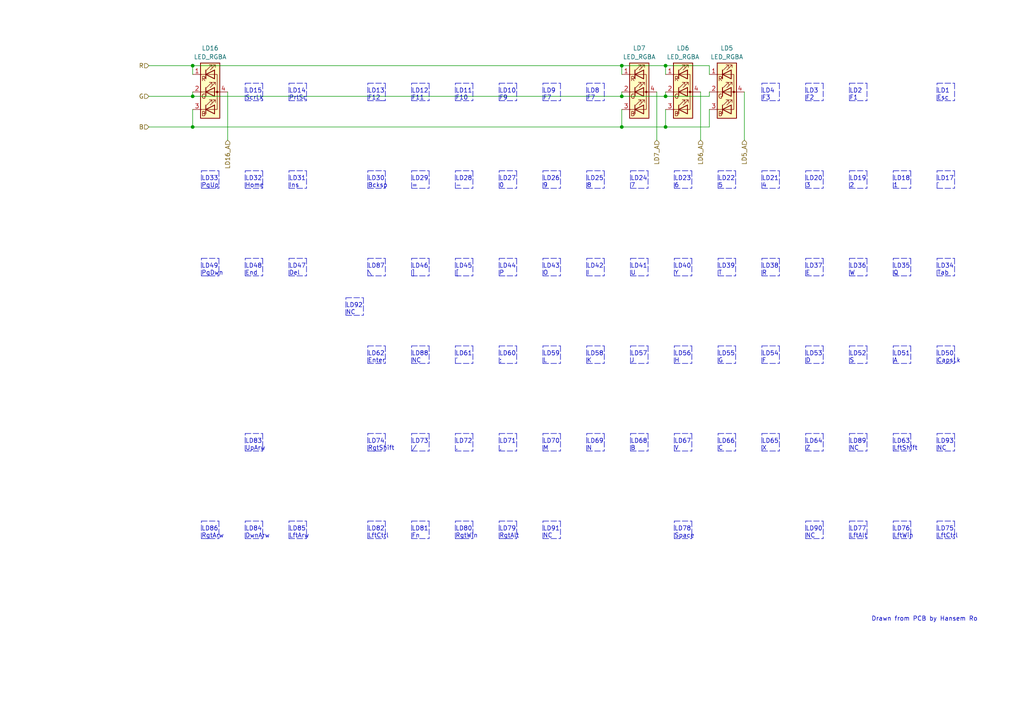
<source format=kicad_sch>
(kicad_sch (version 20211123) (generator eeschema)
  (paper "A4")
  (lib_symbols
    (symbol "Device:LED_RGBA" (pin_names (offset 0) hide)
      (property "Reference" "D" (at 0 9.398 0))
      (property "Value" "LED_RGBA" (at 0 -8.89 0))
      (symbol "LED_RGBA_0_0"
        (text "B" (at -1.905 -6.35 0) (effects (font (size 1.27 1.27))))
        (text "G" (at -1.905 -1.27 0) (effects (font (size 1.27 1.27))))
        (text "R" (at -1.905 3.81 0) (effects (font (size 1.27 1.27))))
      )
      (symbol "LED_RGBA_0_1"
        (polyline (pts (xy -1.27 -5.08) (xy -2.54 -5.08)))
        (polyline (pts (xy -1.27 -5.08) (xy 1.27 -5.08)))
        (polyline (pts (xy -1.27 -3.81) (xy -1.27 -6.35)) (stroke (width 0.254)))
        (polyline (pts (xy -1.27 0) (xy -2.54 0)))
        (polyline (pts (xy -1.27 1.27) (xy -1.27 -1.27)) (stroke (width 0.254)))
        (polyline (pts (xy -1.27 5.08) (xy -2.54 5.08)))
        (polyline (pts (xy -1.27 5.08) (xy 1.27 5.08)))
        (polyline (pts (xy -1.27 6.35) (xy -1.27 3.81)) (stroke (width 0.254)))
        (polyline (pts (xy 1.27 0) (xy -1.27 0)))
        (polyline (pts (xy 1.27 0) (xy 2.54 0)))
        (polyline (pts (xy -1.27 1.27) (xy -1.27 -1.27) (xy -1.27 -1.27)))
        (polyline (pts (xy -1.27 6.35) (xy -1.27 3.81) (xy -1.27 3.81)))
        (polyline (pts (xy 1.27 -5.08) (xy 2.032 -5.08) (xy 2.032 5.08) (xy 1.27 5.08)))
        (polyline (pts (xy 1.27 -3.81) (xy 1.27 -6.35) (xy -1.27 -5.08) (xy 1.27 -3.81)) (stroke (width 0.254)))
        (polyline (pts (xy 1.27 1.27) (xy 1.27 -1.27) (xy -1.27 0) (xy 1.27 1.27)) (stroke (width 0.254)))
        (polyline (pts (xy 1.27 6.35) (xy 1.27 3.81) (xy -1.27 5.08) (xy 1.27 6.35)) (stroke (width 0.254)))
        (polyline (pts (xy -1.016 -3.81) (xy 0.508 -2.286) (xy -0.254 -2.286) (xy 0.508 -2.286) (xy 0.508 -3.048)))
        (polyline (pts (xy -1.016 1.27) (xy 0.508 2.794) (xy -0.254 2.794) (xy 0.508 2.794) (xy 0.508 2.032)))
        (polyline (pts (xy -1.016 6.35) (xy 0.508 7.874) (xy -0.254 7.874) (xy 0.508 7.874) (xy 0.508 7.112)))
        (polyline (pts (xy 0 -3.81) (xy 1.524 -2.286) (xy 0.762 -2.286) (xy 1.524 -2.286) (xy 1.524 -3.048)))
        (polyline (pts (xy 0 1.27) (xy 1.524 2.794) (xy 0.762 2.794) (xy 1.524 2.794) (xy 1.524 2.032)))
        (polyline (pts (xy 0 6.35) (xy 1.524 7.874) (xy 0.762 7.874) (xy 1.524 7.874) (xy 1.524 7.112)))
        (rectangle (start 1.27 -1.27) (end 1.27 1.27))
        (rectangle (start 1.27 1.27) (end 1.27 1.27))
        (rectangle (start 1.27 3.81) (end 1.27 6.35))
        (rectangle (start 1.27 6.35) (end 1.27 6.35))
        (circle (center 2.032 0) (radius 0.254) (fill (type outline)))
        (rectangle (start 2.794 8.382) (end -2.794 -7.62) (stroke (width 0.254)) (fill (type background)))
      )
      (symbol "LED_RGBA_1_1"
        (pin passive line (at -5.08 5.08 0) (length 2.54) (name "RK") (number "1"))
        (pin passive line (at -5.08 0 0) (length 2.54) (name "GK") (number "2"))
        (pin passive line (at -5.08 -5.08 0) (length 2.54) (name "BK") (number "3"))
        (pin passive line (at 5.08 0 180) (length 2.54) (name "A") (number "4"))
      )
    )
  )
  (junction (at 180.34 36.83))
  (junction (at 55.88 19.05))
  (junction (at 55.88 36.83))
  (junction (at 180.34 27.94))
  (junction (at 55.88 27.94))
  (junction (at 193.04 27.94))
  (junction (at 193.04 36.83))
  (junction (at 193.04 19.05))
  (junction (at 180.34 19.05))
  (wire (pts (xy 180.34 21.59) (xy 180.34 19.05)))
  (polyline (pts (xy 119.38 105.41) (xy 119.38 100.33)))
  (polyline (pts (xy 58.42 54.61) (xy 63.5 54.61)))
  (polyline (pts (xy 149.86 24.13) (xy 149.86 29.21)))
  (wire (pts (xy 180.34 27.94) (xy 180.34 26.67)))
  (polyline (pts (xy 132.08 105.41) (xy 132.08 100.33)))
  (polyline (pts (xy 264.16 125.73) (xy 264.16 130.81)))
  (polyline (pts (xy 259.08 105.41) (xy 264.16 105.41)))
  (polyline (pts (xy 144.78 80.01) (xy 149.86 80.01)))
  (wire (pts (xy 190.5 26.67) (xy 190.5 40.64)))
  (polyline (pts (xy 226.06 24.13) (xy 226.06 29.21)))
  (polyline (pts (xy 170.18 74.93) (xy 175.26 74.93)))
  (polyline (pts (xy 195.58 156.21) (xy 200.66 156.21)))
  (polyline (pts (xy 157.48 29.21) (xy 162.56 29.21)))
  (polyline (pts (xy 111.76 74.93) (xy 111.76 80.01)))
  (polyline (pts (xy 71.12 29.21) (xy 76.2 29.21)))
  (polyline (pts (xy 111.76 125.73) (xy 111.76 130.81)))
  (polyline (pts (xy 220.98 125.73) (xy 226.06 125.73)))
  (polyline (pts (xy 195.58 54.61) (xy 195.58 49.53)))
  (polyline (pts (xy 233.68 49.53) (xy 238.76 49.53)))
  (wire (pts (xy 55.88 36.83) (xy 180.34 36.83)))
  (polyline (pts (xy 119.38 130.81) (xy 124.46 130.81)))
  (polyline (pts (xy 246.38 24.13) (xy 251.46 24.13)))
  (polyline (pts (xy 162.56 151.13) (xy 162.56 156.21)))
  (polyline (pts (xy 226.06 74.93) (xy 226.06 80.01)))
  (polyline (pts (xy 149.86 74.93) (xy 149.86 80.01)))
  (wire (pts (xy 43.18 19.05) (xy 55.88 19.05)))
  (polyline (pts (xy 76.2 49.53) (xy 76.2 54.61)))
  (polyline (pts (xy 259.08 105.41) (xy 259.08 100.33)))
  (polyline (pts (xy 170.18 29.21) (xy 175.26 29.21)))
  (polyline (pts (xy 157.48 156.21) (xy 157.48 151.13)))
  (polyline (pts (xy 226.06 100.33) (xy 226.06 105.41)))
  (polyline (pts (xy 170.18 80.01) (xy 170.18 74.93)))
  (polyline (pts (xy 200.66 125.73) (xy 200.66 130.81)))
  (polyline (pts (xy 83.82 151.13) (xy 88.9 151.13)))
  (polyline (pts (xy 157.48 130.81) (xy 162.56 130.81)))
  (polyline (pts (xy 83.82 74.93) (xy 88.9 74.93)))
  (polyline (pts (xy 144.78 49.53) (xy 149.86 49.53)))
  (polyline (pts (xy 220.98 80.01) (xy 220.98 74.93)))
  (polyline (pts (xy 170.18 100.33) (xy 175.26 100.33)))
  (polyline (pts (xy 233.68 156.21) (xy 233.68 151.13)))
  (polyline (pts (xy 157.48 100.33) (xy 162.56 100.33)))
  (polyline (pts (xy 238.76 100.33) (xy 238.76 105.41)))
  (polyline (pts (xy 208.28 130.81) (xy 213.36 130.81)))
  (polyline (pts (xy 88.9 49.53) (xy 88.9 54.61)))
  (polyline (pts (xy 238.76 74.93) (xy 238.76 80.01)))
  (polyline (pts (xy 195.58 49.53) (xy 200.66 49.53)))
  (polyline (pts (xy 119.38 54.61) (xy 124.46 54.61)))
  (polyline (pts (xy 157.48 151.13) (xy 162.56 151.13)))
  (polyline (pts (xy 157.48 74.93) (xy 162.56 74.93)))
  (polyline (pts (xy 144.78 130.81) (xy 144.78 125.73)))
  (polyline (pts (xy 119.38 80.01) (xy 119.38 74.93)))
  (polyline (pts (xy 271.78 74.93) (xy 276.86 74.93)))
  (polyline (pts (xy 111.76 151.13) (xy 111.76 156.21)))
  (polyline (pts (xy 208.28 100.33) (xy 213.36 100.33)))
  (polyline (pts (xy 271.78 24.13) (xy 276.86 24.13)))
  (polyline (pts (xy 233.68 80.01) (xy 233.68 74.93)))
  (polyline (pts (xy 76.2 24.13) (xy 76.2 29.21)))
  (polyline (pts (xy 182.88 105.41) (xy 182.88 100.33)))
  (polyline (pts (xy 132.08 49.53) (xy 137.16 49.53)))
  (polyline (pts (xy 220.98 80.01) (xy 226.06 80.01)))
  (polyline (pts (xy 157.48 130.81) (xy 157.48 125.73)))
  (wire (pts (xy 193.04 36.83) (xy 205.74 36.83)))
  (polyline (pts (xy 170.18 49.53) (xy 175.26 49.53)))
  (polyline (pts (xy 175.26 24.13) (xy 175.26 29.21)))
  (polyline (pts (xy 119.38 29.21) (xy 119.38 24.13)))
  (wire (pts (xy 180.34 36.83) (xy 193.04 36.83)))
  (polyline (pts (xy 182.88 130.81) (xy 187.96 130.81)))
  (polyline (pts (xy 119.38 130.81) (xy 119.38 125.73)))
  (polyline (pts (xy 83.82 29.21) (xy 83.82 24.13)))
  (polyline (pts (xy 259.08 125.73) (xy 264.16 125.73)))
  (polyline (pts (xy 220.98 29.21) (xy 226.06 29.21)))
  (polyline (pts (xy 233.68 130.81) (xy 238.76 130.81)))
  (polyline (pts (xy 271.78 105.41) (xy 271.78 100.33)))
  (polyline (pts (xy 220.98 130.81) (xy 226.06 130.81)))
  (polyline (pts (xy 132.08 100.33) (xy 137.16 100.33)))
  (polyline (pts (xy 246.38 130.81) (xy 251.46 130.81)))
  (polyline (pts (xy 106.68 156.21) (xy 111.76 156.21)))
  (polyline (pts (xy 259.08 130.81) (xy 264.16 130.81)))
  (polyline (pts (xy 157.48 29.21) (xy 157.48 24.13)))
  (polyline (pts (xy 119.38 105.41) (xy 124.46 105.41)))
  (polyline (pts (xy 137.16 74.93) (xy 137.16 80.01)))
  (polyline (pts (xy 233.68 29.21) (xy 238.76 29.21)))
  (polyline (pts (xy 144.78 156.21) (xy 144.78 151.13)))
  (polyline (pts (xy 111.76 29.21) (xy 110.49 29.21)))
  (polyline (pts (xy 83.82 156.21) (xy 83.82 151.13)))
  (polyline (pts (xy 187.96 49.53) (xy 187.96 54.61)))
  (polyline (pts (xy 137.16 49.53) (xy 137.16 54.61)))
  (polyline (pts (xy 233.68 125.73) (xy 238.76 125.73)))
  (polyline (pts (xy 71.12 151.13) (xy 76.2 151.13)))
  (polyline (pts (xy 182.88 80.01) (xy 182.88 74.93)))
  (polyline (pts (xy 233.68 54.61) (xy 233.68 49.53)))
  (wire (pts (xy 55.88 26.67) (xy 55.88 27.94)))
  (polyline (pts (xy 170.18 54.61) (xy 170.18 49.53)))
  (polyline (pts (xy 100.33 91.44) (xy 100.33 86.36)))
  (polyline (pts (xy 271.78 100.33) (xy 276.86 100.33)))
  (polyline (pts (xy 105.41 86.36) (xy 105.41 91.44)))
  (polyline (pts (xy 182.88 105.41) (xy 187.96 105.41)))
  (polyline (pts (xy 58.42 156.21) (xy 58.42 151.13)))
  (polyline (pts (xy 58.42 156.21) (xy 63.5 156.21)))
  (polyline (pts (xy 195.58 125.73) (xy 200.66 125.73)))
  (polyline (pts (xy 100.33 91.44) (xy 105.41 91.44)))
  (polyline (pts (xy 200.66 74.93) (xy 200.66 80.01)))
  (polyline (pts (xy 58.42 80.01) (xy 58.42 74.93)))
  (polyline (pts (xy 111.76 100.33) (xy 111.76 105.41)))
  (polyline (pts (xy 213.36 100.33) (xy 213.36 105.41)))
  (polyline (pts (xy 208.28 125.73) (xy 213.36 125.73)))
  (wire (pts (xy 203.2 26.67) (xy 203.2 40.64)))
  (polyline (pts (xy 144.78 54.61) (xy 144.78 49.53)))
  (wire (pts (xy 55.88 31.75) (xy 55.88 36.83)))
  (polyline (pts (xy 157.48 125.73) (xy 162.56 125.73)))
  (polyline (pts (xy 162.56 74.93) (xy 162.56 80.01)))
  (polyline (pts (xy 119.38 125.73) (xy 124.46 125.73)))
  (polyline (pts (xy 132.08 156.21) (xy 132.08 151.13)))
  (polyline (pts (xy 157.48 80.01) (xy 162.56 80.01)))
  (polyline (pts (xy 271.78 151.13) (xy 276.86 151.13)))
  (polyline (pts (xy 246.38 151.13) (xy 251.46 151.13)))
  (polyline (pts (xy 149.86 49.53) (xy 149.86 54.61)))
  (polyline (pts (xy 195.58 80.01) (xy 195.58 74.93)))
  (polyline (pts (xy 264.16 74.93) (xy 264.16 80.01)))
  (polyline (pts (xy 106.68 80.01) (xy 111.76 80.01)))
  (polyline (pts (xy 233.68 54.61) (xy 238.76 54.61)))
  (polyline (pts (xy 182.88 100.33) (xy 187.96 100.33)))
  (polyline (pts (xy 246.38 156.21) (xy 246.38 151.13)))
  (polyline (pts (xy 100.33 86.36) (xy 105.41 86.36)))
  (polyline (pts (xy 149.86 100.33) (xy 149.86 105.41)))
  (polyline (pts (xy 195.58 151.13) (xy 200.66 151.13)))
  (polyline (pts (xy 144.78 125.73) (xy 149.86 125.73)))
  (polyline (pts (xy 71.12 156.21) (xy 76.2 156.21)))
  (polyline (pts (xy 182.88 130.81) (xy 182.88 125.73)))
  (polyline (pts (xy 83.82 80.01) (xy 88.9 80.01)))
  (polyline (pts (xy 119.38 29.21) (xy 124.46 29.21)))
  (polyline (pts (xy 71.12 54.61) (xy 71.12 49.53)))
  (polyline (pts (xy 144.78 29.21) (xy 149.86 29.21)))
  (polyline (pts (xy 233.68 29.21) (xy 233.68 24.13)))
  (polyline (pts (xy 251.46 125.73) (xy 251.46 130.81)))
  (polyline (pts (xy 132.08 24.13) (xy 137.16 24.13)))
  (polyline (pts (xy 111.76 49.53) (xy 111.76 54.61)))
  (polyline (pts (xy 182.88 49.53) (xy 187.96 49.53)))
  (polyline (pts (xy 144.78 156.21) (xy 149.86 156.21)))
  (polyline (pts (xy 106.68 54.61) (xy 111.76 54.61)))
  (polyline (pts (xy 88.9 151.13) (xy 88.9 156.21)))
  (polyline (pts (xy 132.08 29.21) (xy 132.08 24.13)))
  (polyline (pts (xy 195.58 80.01) (xy 200.66 80.01)))
  (polyline (pts (xy 58.42 49.53) (xy 63.5 49.53)))
  (wire (pts (xy 55.88 27.94) (xy 180.34 27.94)))
  (polyline (pts (xy 246.38 29.21) (xy 251.46 29.21)))
  (wire (pts (xy 193.04 27.94) (xy 205.74 27.94)))
  (polyline (pts (xy 251.46 151.13) (xy 251.46 156.21)))
  (polyline (pts (xy 246.38 100.33) (xy 251.46 100.33)))
  (polyline (pts (xy 259.08 130.81) (xy 259.08 125.73)))
  (polyline (pts (xy 175.26 100.33) (xy 175.26 105.41)))
  (polyline (pts (xy 149.86 151.13) (xy 149.86 156.21)))
  (polyline (pts (xy 271.78 156.21) (xy 271.78 151.13)))
  (polyline (pts (xy 106.68 49.53) (xy 111.76 49.53)))
  (wire (pts (xy 66.04 26.67) (xy 66.04 40.64)))
  (polyline (pts (xy 195.58 105.41) (xy 200.66 105.41)))
  (polyline (pts (xy 208.28 80.01) (xy 208.28 74.93)))
  (polyline (pts (xy 170.18 54.61) (xy 175.26 54.61)))
  (polyline (pts (xy 58.42 54.61) (xy 58.42 49.53)))
  (polyline (pts (xy 119.38 80.01) (xy 124.46 80.01)))
  (polyline (pts (xy 106.68 156.21) (xy 106.68 151.13)))
  (polyline (pts (xy 119.38 100.33) (xy 124.46 100.33)))
  (polyline (pts (xy 106.68 100.33) (xy 111.76 100.33)))
  (polyline (pts (xy 208.28 105.41) (xy 208.28 100.33)))
  (polyline (pts (xy 106.68 125.73) (xy 111.76 125.73)))
  (polyline (pts (xy 106.68 74.93) (xy 111.76 74.93)))
  (polyline (pts (xy 124.46 125.73) (xy 124.46 130.81)))
  (polyline (pts (xy 208.28 105.41) (xy 213.36 105.41)))
  (polyline (pts (xy 106.68 29.21) (xy 111.76 29.21)))
  (polyline (pts (xy 271.78 54.61) (xy 271.78 49.53)))
  (polyline (pts (xy 162.56 49.53) (xy 162.56 54.61)))
  (polyline (pts (xy 182.88 54.61) (xy 182.88 49.53)))
  (polyline (pts (xy 157.48 24.13) (xy 162.56 24.13)))
  (polyline (pts (xy 238.76 24.13) (xy 238.76 29.21)))
  (polyline (pts (xy 144.78 105.41) (xy 149.86 105.41)))
  (polyline (pts (xy 71.12 54.61) (xy 76.2 54.61)))
  (polyline (pts (xy 106.68 151.13) (xy 111.76 151.13)))
  (polyline (pts (xy 124.46 74.93) (xy 124.46 80.01)))
  (polyline (pts (xy 233.68 80.01) (xy 238.76 80.01)))
  (polyline (pts (xy 208.28 130.81) (xy 208.28 125.73)))
  (polyline (pts (xy 76.2 125.73) (xy 76.2 130.81)))
  (polyline (pts (xy 63.5 151.13) (xy 63.5 156.21)))
  (polyline (pts (xy 208.28 80.01) (xy 213.36 80.01)))
  (polyline (pts (xy 106.68 105.41) (xy 111.76 105.41)))
  (polyline (pts (xy 71.12 80.01) (xy 71.12 74.93)))
  (polyline (pts (xy 124.46 49.53) (xy 124.46 54.61)))
  (polyline (pts (xy 58.42 151.13) (xy 63.5 151.13)))
  (polyline (pts (xy 271.78 29.21) (xy 276.86 29.21)))
  (polyline (pts (xy 170.18 105.41) (xy 170.18 100.33)))
  (polyline (pts (xy 137.16 100.33) (xy 137.16 105.41)))
  (polyline (pts (xy 182.88 74.93) (xy 187.96 74.93)))
  (polyline (pts (xy 226.06 125.73) (xy 226.06 130.81)))
  (polyline (pts (xy 170.18 80.01) (xy 175.26 80.01)))
  (polyline (pts (xy 246.38 54.61) (xy 246.38 49.53)))
  (polyline (pts (xy 259.08 100.33) (xy 264.16 100.33)))
  (polyline (pts (xy 132.08 74.93) (xy 137.16 74.93)))
  (polyline (pts (xy 233.68 130.81) (xy 233.68 125.73)))
  (polyline (pts (xy 251.46 100.33) (xy 251.46 105.41)))
  (wire (pts (xy 193.04 19.05) (xy 205.74 19.05)))
  (polyline (pts (xy 259.08 74.93) (xy 264.16 74.93)))
  (polyline (pts (xy 271.78 130.81) (xy 276.86 130.81)))
  (polyline (pts (xy 271.78 49.53) (xy 276.86 49.53)))
  (polyline (pts (xy 195.58 156.21) (xy 195.58 151.13)))
  (polyline (pts (xy 144.78 130.81) (xy 149.86 130.81)))
  (polyline (pts (xy 175.26 49.53) (xy 175.26 54.61)))
  (polyline (pts (xy 226.06 49.53) (xy 226.06 54.61)))
  (polyline (pts (xy 119.38 74.93) (xy 124.46 74.93)))
  (polyline (pts (xy 144.78 24.13) (xy 149.86 24.13)))
  (polyline (pts (xy 213.36 74.93) (xy 213.36 80.01)))
  (polyline (pts (xy 182.88 125.73) (xy 187.96 125.73)))
  (polyline (pts (xy 182.88 80.01) (xy 187.96 80.01)))
  (polyline (pts (xy 83.82 29.21) (xy 88.9 29.21)))
  (polyline (pts (xy 106.68 105.41) (xy 106.68 100.33)))
  (polyline (pts (xy 119.38 156.21) (xy 124.46 156.21)))
  (polyline (pts (xy 276.86 151.13) (xy 276.86 156.21)))
  (polyline (pts (xy 132.08 80.01) (xy 137.16 80.01)))
  (polyline (pts (xy 246.38 80.01) (xy 251.46 80.01)))
  (polyline (pts (xy 233.68 24.13) (xy 238.76 24.13)))
  (polyline (pts (xy 220.98 54.61) (xy 220.98 49.53)))
  (polyline (pts (xy 157.48 80.01) (xy 157.48 74.93)))
  (polyline (pts (xy 271.78 125.73) (xy 276.86 125.73)))
  (polyline (pts (xy 71.12 80.01) (xy 76.2 80.01)))
  (polyline (pts (xy 200.66 100.33) (xy 200.66 105.41)))
  (polyline (pts (xy 132.08 151.13) (xy 137.16 151.13)))
  (polyline (pts (xy 200.66 49.53) (xy 200.66 54.61)))
  (polyline (pts (xy 213.36 125.73) (xy 213.36 130.81)))
  (polyline (pts (xy 132.08 54.61) (xy 132.08 49.53)))
  (polyline (pts (xy 132.08 125.73) (xy 137.16 125.73)))
  (polyline (pts (xy 63.5 74.93) (xy 63.5 80.01)))
  (polyline (pts (xy 208.28 54.61) (xy 213.36 54.61)))
  (polyline (pts (xy 71.12 29.21) (xy 71.12 24.13)))
  (polyline (pts (xy 259.08 156.21) (xy 259.08 151.13)))
  (polyline (pts (xy 162.56 125.73) (xy 162.56 130.81)))
  (polyline (pts (xy 106.68 24.13) (xy 111.76 24.13)))
  (polyline (pts (xy 220.98 100.33) (xy 226.06 100.33)))
  (polyline (pts (xy 132.08 29.21) (xy 137.16 29.21)))
  (polyline (pts (xy 195.58 54.61) (xy 200.66 54.61)))
  (polyline (pts (xy 71.12 49.53) (xy 76.2 49.53)))
  (polyline (pts (xy 276.86 24.13) (xy 276.86 29.21)))
  (polyline (pts (xy 276.86 125.73) (xy 276.86 130.81)))
  (polyline (pts (xy 233.68 105.41) (xy 233.68 100.33)))
  (polyline (pts (xy 106.68 130.81) (xy 111.76 130.81)))
  (polyline (pts (xy 71.12 130.81) (xy 71.12 125.73)))
  (wire (pts (xy 193.04 19.05) (xy 193.04 21.59)))
  (polyline (pts (xy 175.26 74.93) (xy 175.26 80.01)))
  (polyline (pts (xy 88.9 74.93) (xy 88.9 80.01)))
  (polyline (pts (xy 132.08 80.01) (xy 132.08 74.93)))
  (polyline (pts (xy 259.08 54.61) (xy 264.16 54.61)))
  (polyline (pts (xy 246.38 125.73) (xy 251.46 125.73)))
  (polyline (pts (xy 132.08 156.21) (xy 137.16 156.21)))
  (polyline (pts (xy 111.76 24.13) (xy 111.76 29.21)))
  (polyline (pts (xy 170.18 125.73) (xy 175.26 125.73)))
  (polyline (pts (xy 233.68 74.93) (xy 238.76 74.93)))
  (polyline (pts (xy 58.42 74.93) (xy 63.5 74.93)))
  (polyline (pts (xy 119.38 156.21) (xy 119.38 151.13)))
  (polyline (pts (xy 132.08 54.61) (xy 137.16 54.61)))
  (polyline (pts (xy 83.82 49.53) (xy 88.9 49.53)))
  (polyline (pts (xy 220.98 130.81) (xy 220.98 125.73)))
  (polyline (pts (xy 83.82 80.01) (xy 83.82 74.93)))
  (polyline (pts (xy 170.18 105.41) (xy 175.26 105.41)))
  (polyline (pts (xy 106.68 54.61) (xy 106.68 49.53)))
  (polyline (pts (xy 144.78 80.01) (xy 144.78 74.93)))
  (polyline (pts (xy 233.68 100.33) (xy 238.76 100.33)))
  (polyline (pts (xy 83.82 156.21) (xy 88.9 156.21)))
  (polyline (pts (xy 76.2 151.13) (xy 76.2 156.21)))
  (polyline (pts (xy 246.38 105.41) (xy 246.38 100.33)))
  (polyline (pts (xy 195.58 100.33) (xy 200.66 100.33)))
  (polyline (pts (xy 157.48 54.61) (xy 157.48 49.53)))
  (polyline (pts (xy 220.98 54.61) (xy 226.06 54.61)))
  (wire (pts (xy 205.74 36.83) (xy 205.74 31.75)))
  (polyline (pts (xy 271.78 80.01) (xy 276.86 80.01)))
  (polyline (pts (xy 208.28 54.61) (xy 208.28 49.53)))
  (polyline (pts (xy 124.46 100.33) (xy 124.46 105.41)))
  (polyline (pts (xy 187.96 125.73) (xy 187.96 130.81)))
  (polyline (pts (xy 162.56 24.13) (xy 162.56 29.21)))
  (wire (pts (xy 193.04 27.94) (xy 193.04 26.67)))
  (polyline (pts (xy 175.26 125.73) (xy 175.26 130.81)))
  (polyline (pts (xy 220.98 29.21) (xy 220.98 24.13)))
  (polyline (pts (xy 83.82 54.61) (xy 88.9 54.61)))
  (polyline (pts (xy 144.78 74.93) (xy 149.86 74.93)))
  (polyline (pts (xy 119.38 24.13) (xy 124.46 24.13)))
  (polyline (pts (xy 233.68 105.41) (xy 238.76 105.41)))
  (polyline (pts (xy 162.56 100.33) (xy 162.56 105.41)))
  (polyline (pts (xy 246.38 54.61) (xy 251.46 54.61)))
  (polyline (pts (xy 170.18 130.81) (xy 175.26 130.81)))
  (polyline (pts (xy 157.48 105.41) (xy 162.56 105.41)))
  (wire (pts (xy 180.34 27.94) (xy 193.04 27.94)))
  (polyline (pts (xy 246.38 105.41) (xy 251.46 105.41)))
  (polyline (pts (xy 137.16 24.13) (xy 137.16 29.21)))
  (polyline (pts (xy 170.18 24.13) (xy 175.26 24.13)))
  (polyline (pts (xy 76.2 74.93) (xy 76.2 80.01)))
  (polyline (pts (xy 137.16 125.73) (xy 137.16 130.81)))
  (polyline (pts (xy 238.76 151.13) (xy 238.76 156.21)))
  (polyline (pts (xy 144.78 151.13) (xy 149.86 151.13)))
  (polyline (pts (xy 144.78 105.41) (xy 144.78 100.33)))
  (polyline (pts (xy 238.76 125.73) (xy 238.76 130.81)))
  (polyline (pts (xy 119.38 49.53) (xy 124.46 49.53)))
  (polyline (pts (xy 233.68 156.21) (xy 238.76 156.21)))
  (polyline (pts (xy 259.08 80.01) (xy 259.08 74.93)))
  (polyline (pts (xy 246.38 80.01) (xy 246.38 74.93)))
  (polyline (pts (xy 195.58 105.41) (xy 195.58 100.33)))
  (wire (pts (xy 55.88 19.05) (xy 180.34 19.05)))
  (polyline (pts (xy 213.36 49.53) (xy 213.36 54.61)))
  (polyline (pts (xy 259.08 156.21) (xy 264.16 156.21)))
  (polyline (pts (xy 208.28 49.53) (xy 213.36 49.53)))
  (polyline (pts (xy 271.78 156.21) (xy 276.86 156.21)))
  (polyline (pts (xy 246.38 29.21) (xy 246.38 24.13)))
  (polyline (pts (xy 144.78 100.33) (xy 149.86 100.33)))
  (polyline (pts (xy 259.08 151.13) (xy 264.16 151.13)))
  (polyline (pts (xy 195.58 130.81) (xy 195.58 125.73)))
  (polyline (pts (xy 58.42 80.01) (xy 63.5 80.01)))
  (polyline (pts (xy 276.86 74.93) (xy 276.86 80.01)))
  (polyline (pts (xy 132.08 105.41) (xy 137.16 105.41)))
  (polyline (pts (xy 233.68 151.13) (xy 238.76 151.13)))
  (polyline (pts (xy 246.38 130.81) (xy 246.38 125.73)))
  (polyline (pts (xy 83.82 24.13) (xy 88.9 24.13)))
  (wire (pts (xy 43.18 36.83) (xy 55.88 36.83)))
  (polyline (pts (xy 119.38 54.61) (xy 119.38 49.53)))
  (polyline (pts (xy 83.82 54.61) (xy 83.82 49.53)))
  (wire (pts (xy 193.04 36.83) (xy 193.04 31.75)))
  (polyline (pts (xy 157.48 54.61) (xy 162.56 54.61)))
  (polyline (pts (xy 246.38 74.93) (xy 251.46 74.93)))
  (polyline (pts (xy 132.08 130.81) (xy 132.08 125.73)))
  (polyline (pts (xy 251.46 49.53) (xy 251.46 54.61)))
  (wire (pts (xy 205.74 19.05) (xy 205.74 21.59)))
  (wire (pts (xy 180.34 19.05) (xy 193.04 19.05)))
  (polyline (pts (xy 71.12 156.21) (xy 71.12 151.13)))
  (polyline (pts (xy 137.16 151.13) (xy 137.16 156.21)))
  (polyline (pts (xy 124.46 151.13) (xy 124.46 156.21)))
  (polyline (pts (xy 71.12 74.93) (xy 76.2 74.93)))
  (polyline (pts (xy 264.16 100.33) (xy 264.16 105.41)))
  (wire (pts (xy 205.74 27.94) (xy 205.74 26.67)))
  (polyline (pts (xy 187.96 74.93) (xy 187.96 80.01)))
  (polyline (pts (xy 149.86 125.73) (xy 149.86 130.81)))
  (polyline (pts (xy 264.16 49.53) (xy 264.16 54.61)))
  (polyline (pts (xy 271.78 105.41) (xy 276.86 105.41)))
  (polyline (pts (xy 276.86 100.33) (xy 276.86 105.41)))
  (wire (pts (xy 215.9 26.67) (xy 215.9 40.64)))
  (polyline (pts (xy 220.98 105.41) (xy 226.06 105.41)))
  (polyline (pts (xy 259.08 54.61) (xy 259.08 49.53)))
  (polyline (pts (xy 71.12 125.73) (xy 76.2 125.73)))
  (polyline (pts (xy 271.78 29.21) (xy 271.78 24.13)))
  (polyline (pts (xy 119.38 151.13) (xy 124.46 151.13)))
  (polyline (pts (xy 259.08 49.53) (xy 264.16 49.53)))
  (polyline (pts (xy 132.08 130.81) (xy 137.16 130.81)))
  (polyline (pts (xy 124.46 24.13) (xy 124.46 29.21)))
  (polyline (pts (xy 220.98 24.13) (xy 226.06 24.13)))
  (polyline (pts (xy 195.58 130.81) (xy 200.66 130.81)))
  (polyline (pts (xy 251.46 74.93) (xy 251.46 80.01)))
  (polyline (pts (xy 88.9 24.13) (xy 88.9 29.21)))
  (polyline (pts (xy 182.88 54.61) (xy 187.96 54.61)))
  (polyline (pts (xy 187.96 100.33) (xy 187.96 105.41)))
  (polyline (pts (xy 106.68 130.81) (xy 106.68 125.73)))
  (polyline (pts (xy 157.48 49.53) (xy 162.56 49.53)))
  (wire (pts (xy 180.34 36.83) (xy 180.34 31.75)))
  (polyline (pts (xy 220.98 74.93) (xy 226.06 74.93)))
  (polyline (pts (xy 246.38 156.21) (xy 251.46 156.21)))
  (wire (pts (xy 43.18 27.94) (xy 55.88 27.94)))
  (polyline (pts (xy 71.12 24.13) (xy 76.2 24.13)))
  (polyline (pts (xy 276.86 49.53) (xy 276.86 54.61)))
  (polyline (pts (xy 106.68 29.21) (xy 106.68 24.13)))
  (polyline (pts (xy 271.78 130.81) (xy 271.78 125.73)))
  (polyline (pts (xy 220.98 105.41) (xy 220.98 100.33)))
  (polyline (pts (xy 238.76 49.53) (xy 238.76 54.61)))
  (polyline (pts (xy 71.12 130.81) (xy 76.2 130.81)))
  (polyline (pts (xy 170.18 130.81) (xy 170.18 125.73)))
  (polyline (pts (xy 220.98 49.53) (xy 226.06 49.53)))
  (wire (pts (xy 55.88 19.05) (xy 55.88 21.59)))
  (polyline (pts (xy 208.28 74.93) (xy 213.36 74.93)))
  (polyline (pts (xy 259.08 80.01) (xy 264.16 80.01)))
  (polyline (pts (xy 144.78 54.61) (xy 149.86 54.61)))
  (polyline (pts (xy 63.5 49.53) (xy 63.5 54.61)))
  (polyline (pts (xy 157.48 156.21) (xy 162.56 156.21)))
  (polyline (pts (xy 157.48 105.41) (xy 157.48 100.33)))
  (polyline (pts (xy 271.78 54.61) (xy 276.86 54.61)))
  (polyline (pts (xy 195.58 74.93) (xy 200.66 74.93)))
  (polyline (pts (xy 271.78 80.01) (xy 271.78 74.93)))
  (polyline (pts (xy 251.46 24.13) (xy 251.46 29.21)))
  (polyline (pts (xy 106.68 80.01) (xy 106.68 74.93)))
  (polyline (pts (xy 170.18 29.21) (xy 170.18 24.13)))
  (polyline (pts (xy 200.66 151.13) (xy 200.66 156.21)))
  (polyline (pts (xy 144.78 29.21) (xy 144.78 24.13)))
  (polyline (pts (xy 264.16 151.13) (xy 264.16 156.21)))
  (polyline (pts (xy 246.38 49.53) (xy 251.46 49.53)))
  (text "LD28\n-" (at 132.08 54.61 0) (effects (font (size 1.27 1.27)) (justify left bottom)))
  (text "LD32\nHome" (at 71.12 54.61 0) (effects (font (size 1.27 1.27)) (justify left bottom)))
  (text "LD8\nF7" (at 170.18 29.21 0) (effects (font (size 1.27 1.27)) (justify left bottom)))
  (text "LD56\nH" (at 195.58 105.41 0) (effects (font (size 1.27 1.27)) (justify left bottom)))
  (text "LD41\nU" (at 182.88 80.01 0) (effects (font (size 1.27 1.27)) (justify left bottom)))
  (text "LD29\n=" (at 119.38 54.61 0) (effects (font (size 1.27 1.27)) (justify left bottom)))
  (text "LD76\nLftWin" (at 259.08 156.21 0) (effects (font (size 1.27 1.27)) (justify left bottom)))
  (text "LD52\nS" (at 246.38 105.41 0) (effects (font (size 1.27 1.27)) (justify left bottom)))
  (text "LD82\nLftCtrl" (at 106.68 156.21 0) (effects (font (size 1.27 1.27)) (justify left bottom)))
  (text "LD17\n`" (at 271.78 54.61 0) (effects (font (size 1.27 1.27)) (justify left bottom)))
  (text "LD75\nLftCtrl" (at 271.78 156.21 0) (effects (font (size 1.27 1.27)) (justify left bottom)))
  (text "LD19\n2" (at 246.38 54.61 0) (effects (font (size 1.27 1.27)) (justify left bottom)))
  (text "LD61\n'" (at 132.08 105.41 0) (effects (font (size 1.27 1.27)) (justify left bottom)))
  (text "LD33\nPgUp" (at 58.42 54.61 0) (effects (font (size 1.27 1.27)) (justify left bottom)))
  (text "LD62\nEnter" (at 106.68 105.41 0) (effects (font (size 1.27 1.27)) (justify left bottom)))
  (text "LD89\nNC" (at 246.38 130.81 0) (effects (font (size 1.27 1.27)) (justify left bottom)))
  (text "LD58\nK" (at 170.18 105.41 0) (effects (font (size 1.27 1.27)) (justify left bottom)))
  (text "LD26\n9" (at 157.48 54.61 0) (effects (font (size 1.27 1.27)) (justify left bottom)))
  (text "LD63\nLftShift" (at 259.08 130.81 0) (effects (font (size 1.27 1.27)) (justify left bottom)))
  (text "LD70\nM" (at 157.48 130.81 0) (effects (font (size 1.27 1.27)) (justify left bottom)))
  (text "LD91\nNC" (at 157.48 156.21 0) (effects (font (size 1.27 1.27)) (justify left bottom)))
  (text "LD46\n]" (at 119.38 80.01 0) (effects (font (size 1.27 1.27)) (justify left bottom)))
  (text "LD92\nNC" (at 100.33 91.44 0) (effects (font (size 1.27 1.27)) (justify left bottom)))
  (text "LD36\nW" (at 246.38 80.01 0) (effects (font (size 1.27 1.27)) (justify left bottom)))
  (text "LD40\nY" (at 195.58 80.01 0) (effects (font (size 1.27 1.27)) (justify left bottom)))
  (text "LD4\nF3" (at 220.98 29.21 0) (effects (font (size 1.27 1.27)) (justify left bottom)))
  (text "LD22\n5" (at 208.28 54.61 0) (effects (font (size 1.27 1.27)) (justify left bottom)))
  (text "LD9\nF7" (at 157.48 29.21 0) (effects (font (size 1.27 1.27)) (justify left bottom)))
  (text "LD86\nRgtArw" (at 58.42 156.21 0) (effects (font (size 1.27 1.27)) (justify left bottom)))
  (text "LD35\nQ" (at 259.08 80.01 0) (effects (font (size 1.27 1.27)) (justify left bottom)))
  (text "LD20\n3" (at 233.68 54.61 0) (effects (font (size 1.27 1.27)) (justify left bottom)))
  (text "LD47\nDel" (at 83.82 80.01 0) (effects (font (size 1.27 1.27)) (justify left bottom)))
  (text "LD2\nF1" (at 246.38 29.21 0) (effects (font (size 1.27 1.27)) (justify left bottom)))
  (text "LD78\nSpace" (at 195.58 156.21 0) (effects (font (size 1.27 1.27)) (justify left bottom)))
  (text "LD48\nEnd" (at 71.12 80.01 0) (effects (font (size 1.27 1.27)) (justify left bottom)))
  (text "LD81\nFn" (at 119.38 156.21 0) (effects (font (size 1.27 1.27)) (justify left bottom)))
  (text "LD59\nL" (at 157.48 105.41 0) (effects (font (size 1.27 1.27)) (justify left bottom)))
  (text "LD25\n8" (at 170.18 54.61 0) (effects (font (size 1.27 1.27)) (justify left bottom)))
  (text "LD60\n;" (at 144.78 105.41 0) (effects (font (size 1.27 1.27)) (justify left bottom)))
  (text "LD55\nG" (at 208.28 105.41 0) (effects (font (size 1.27 1.27)) (justify left bottom)))
  (text "LD45\n[" (at 132.08 80.01 0) (effects (font (size 1.27 1.27)) (justify left bottom)))
  (text "LD44\nP" (at 144.78 80.01 0) (effects (font (size 1.27 1.27)) (justify left bottom)))
  (text "LD21\n4" (at 220.98 54.61 0) (effects (font (size 1.27 1.27)) (justify left bottom)))
  (text "LD83\nUpArw" (at 71.12 130.81 0) (effects (font (size 1.27 1.27)) (justify left bottom)))
  (text "LD85\nLftArw" (at 83.82 156.21 0) (effects (font (size 1.27 1.27)) (justify left bottom)))
  (text "LD13\nF12" (at 106.68 29.21 0) (effects (font (size 1.27 1.27)) (justify left bottom)))
  (text "LD1\nEsc" (at 271.78 29.21 0) (effects (font (size 1.27 1.27)) (justify left bottom)))
  (text "LD74\nRgtShift" (at 106.68 130.81 0) (effects (font (size 1.27 1.27)) (justify left bottom)))
  (text "LD77\nLftAlt" (at 246.38 156.21 0) (effects (font (size 1.27 1.27)) (justify left bottom)))
  (text "LD80\nRgtWin" (at 132.08 156.21 0) (effects (font (size 1.27 1.27)) (justify left bottom)))
  (text "LD54\nF" (at 220.98 105.41 0) (effects (font (size 1.27 1.27)) (justify left bottom)))
  (text "Drawn from PCB by Hansem Ro" (at 252.73 180.34 0) (effects (font (size 1.27 1.27)) (justify left bottom)))
  (text "LD93\nNC" (at 271.78 130.81 0) (effects (font (size 1.27 1.27)) (justify left bottom)))
  (text "LD43\nO" (at 157.48 80.01 0) (effects (font (size 1.27 1.27)) (justify left bottom)))
  (text "LD27\n0" (at 144.78 54.61 0) (effects (font (size 1.27 1.27)) (justify left bottom)))
  (text "LD68\nB" (at 182.88 130.81 0) (effects (font (size 1.27 1.27)) (justify left bottom)))
  (text "LD39\nT" (at 208.28 80.01 0) (effects (font (size 1.27 1.27)) (justify left bottom)))
  (text "LD73\n/" (at 119.38 130.81 0) (effects (font (size 1.27 1.27)) (justify left bottom)))
  (text "LD79\nRgtAlt" (at 144.78 156.21 0) (effects (font (size 1.27 1.27)) (justify left bottom)))
  (text "LD42\nI" (at 170.18 80.01 0) (effects (font (size 1.27 1.27)) (justify left bottom)))
  (text "LD69\nN" (at 170.18 130.81 0) (effects (font (size 1.27 1.27)) (justify left bottom)))
  (text "LD49\nPgDwn" (at 58.42 80.01 0) (effects (font (size 1.27 1.27)) (justify left bottom)))
  (text "LD11\nF10" (at 132.08 29.21 0) (effects (font (size 1.27 1.27)) (justify left bottom)))
  (text "LD90\nNC" (at 233.68 156.21 0) (effects (font (size 1.27 1.27)) (justify left bottom)))
  (text "LD15\nScrLk" (at 71.12 29.21 0) (effects (font (size 1.27 1.27)) (justify left bottom)))
  (text "LD72\n." (at 132.08 130.81 0) (effects (font (size 1.27 1.27)) (justify left bottom)))
  (text "LD67\nV" (at 195.58 130.81 0) (effects (font (size 1.27 1.27)) (justify left bottom)))
  (text "LD88\nNC" (at 119.38 105.41 0) (effects (font (size 1.27 1.27)) (justify left bottom)))
  (text "LD31\nIns" (at 83.82 54.61 0) (effects (font (size 1.27 1.27)) (justify left bottom)))
  (text "LD24\n7" (at 182.88 54.61 0) (effects (font (size 1.27 1.27)) (justify left bottom)))
  (text "LD53\nD" (at 233.68 105.41 0) (effects (font (size 1.27 1.27)) (justify left bottom)))
  (text "LD57\nJ" (at 182.88 105.41 0) (effects (font (size 1.27 1.27)) (justify left bottom)))
  (text "LD38\nR" (at 220.98 80.01 0) (effects (font (size 1.27 1.27)) (justify left bottom)))
  (text "LD66\nC" (at 208.28 130.81 0) (effects (font (size 1.27 1.27)) (justify left bottom)))
  (text "LD30\nBcksp" (at 106.68 54.61 0) (effects (font (size 1.27 1.27)) (justify left bottom)))
  (text "LD3\nF2" (at 233.68 29.21 0) (effects (font (size 1.27 1.27)) (justify left bottom)))
  (text "LD34\nTab" (at 271.78 80.01 0) (effects (font (size 1.27 1.27)) (justify left bottom)))
  (text "LD84\nDwnArw" (at 71.12 156.21 0) (effects (font (size 1.27 1.27)) (justify left bottom)))
  (text "LD51\nA" (at 259.08 105.41 0) (effects (font (size 1.27 1.27)) (justify left bottom)))
  (text "LD50\nCapsLk" (at 271.78 105.41 0) (effects (font (size 1.27 1.27)) (justify left bottom)))
  (text "LD23\n6" (at 195.58 54.61 0) (effects (font (size 1.27 1.27)) (justify left bottom)))
  (text "LD37\nE" (at 233.68 80.01 0) (effects (font (size 1.27 1.27)) (justify left bottom)))
  (text "LD14\nPrtSc" (at 83.82 29.21 0) (effects (font (size 1.27 1.27)) (justify left bottom)))
  (text "LD12\nF11" (at 119.38 29.21 0) (effects (font (size 1.27 1.27)) (justify left bottom)))
  (text "LD65\nX" (at 220.98 130.81 0) (effects (font (size 1.27 1.27)) (justify left bottom)))
  (text "LD71\n," (at 144.78 130.81 0) (effects (font (size 1.27 1.27)) (justify left bottom)))
  (text "LD64\nZ" (at 233.68 130.81 0) (effects (font (size 1.27 1.27)) (justify left bottom)))
  (text "LD10\nF9" (at 144.78 29.21 0) (effects (font (size 1.27 1.27)) (justify left bottom)))
  (text "LD87\n\\" (at 106.68 80.01 0) (effects (font (size 1.27 1.27)) (justify left bottom)))
  (text "LD18\n1" (at 259.08 54.61 0) (effects (font (size 1.27 1.27)) (justify left bottom)))
  (hierarchical_label "LD7_A" (shape input) (at 190.5 40.64 270))
  (hierarchical_label "LD6_A" (shape input) (at 203.2 40.64 270))
  (hierarchical_label "B" (shape input) (at 43.18 36.83 180))
  (hierarchical_label "LD16_A" (shape input) (at 66.04 40.64 270))
  (hierarchical_label "LD5_A" (shape input) (at 215.9 40.64 270))
  (hierarchical_label "G" (shape input) (at 43.18 27.94 180))
  (hierarchical_label "R" (shape input) (at 43.18 19.05 180))
  (symbol (lib_id "Device:LED_RGBA") (at 185.42 26.67 0) (unit 1)
    (property "Reference" "LD7" (at 185.42 13.97 0))
    (property "Value" "LED_RGBA" (at 185.42 16.51 0))
  )
  (symbol (lib_id "Device:LED_RGBA") (at 210.82 26.67 0) (unit 1)
    (property "Reference" "LD5" (at 210.82 13.97 0))
    (property "Value" "LED_RGBA" (at 210.82 16.51 0))
  )
  (symbol (lib_id "Device:LED_RGBA") (at 60.96 26.67 0) (unit 1)
    (property "Reference" "LD16" (at 60.96 13.97 0))
    (property "Value" "LED_RGBA" (at 60.96 16.51 0))
  )
  (symbol (lib_id "Device:LED_RGBA") (at 198.12 26.67 0) (unit 1)
    (property "Reference" "LD6" (at 198.12 13.97 0))
    (property "Value" "LED_RGBA" (at 198.12 16.51 0))
  )
)
</source>
